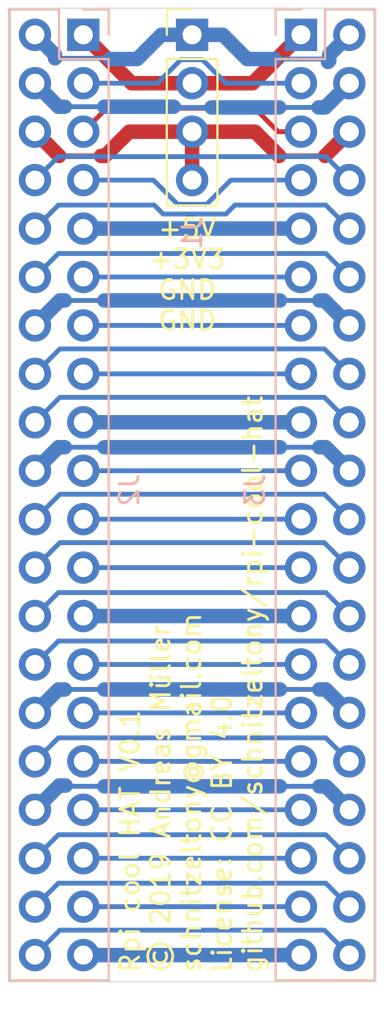
<source format=kicad_pcb>
(kicad_pcb (version 20171130) (host pcbnew 5.1.5-1.fc30)

  (general
    (thickness 1.6)
    (drawings 6)
    (tracks 163)
    (zones 0)
    (modules 3)
    (nets 41)
  )

  (page A4)
  (title_block
    (title "Raspberry Pi Cool HAT")
    (date 2019-12-20)
    (rev v0.1)
    (comment 2 creativecommons.org/licenses/by/4.0/)
    (comment 3 "License CC BY 4.0")
    (comment 4 "Author: Andreas Müller")
  )

  (layers
    (0 F.Cu signal)
    (31 B.Cu signal)
    (32 B.Adhes user)
    (33 F.Adhes user)
    (34 B.Paste user)
    (35 F.Paste user)
    (36 B.SilkS user)
    (37 F.SilkS user)
    (38 B.Mask user)
    (39 F.Mask user)
    (40 Dwgs.User user)
    (41 Cmts.User user)
    (42 Eco1.User user)
    (43 Eco2.User user)
    (44 Edge.Cuts user)
    (45 Margin user)
    (46 B.CrtYd user)
    (47 F.CrtYd user)
    (48 B.Fab user)
    (49 F.Fab user)
  )

  (setup
    (last_trace_width 0.254)
    (user_trace_width 0.762)
    (trace_clearance 0.254)
    (zone_clearance 0.508)
    (zone_45_only no)
    (trace_min 0.2032)
    (via_size 0.8128)
    (via_drill 0.4064)
    (via_min_size 0.8128)
    (via_min_drill 0.4064)
    (uvia_size 0.8128)
    (uvia_drill 0.4064)
    (uvias_allowed no)
    (uvia_min_size 0.8128)
    (uvia_min_drill 0.4064)
    (edge_width 0.05)
    (segment_width 0.2)
    (pcb_text_width 0.3)
    (pcb_text_size 1.5 1.5)
    (mod_edge_width 0.12)
    (mod_text_size 1 1)
    (mod_text_width 0.15)
    (pad_size 1.7 1.7)
    (pad_drill 1)
    (pad_to_mask_clearance 0.0508)
    (solder_mask_min_width 0.1016)
    (aux_axis_origin 0 0)
    (visible_elements FFFFFF7F)
    (pcbplotparams
      (layerselection 0x010fc_ffffffff)
      (usegerberextensions false)
      (usegerberattributes false)
      (usegerberadvancedattributes false)
      (creategerberjobfile false)
      (excludeedgelayer true)
      (linewidth 0.100000)
      (plotframeref false)
      (viasonmask false)
      (mode 1)
      (useauxorigin false)
      (hpglpennumber 1)
      (hpglpenspeed 20)
      (hpglpendiameter 15.000000)
      (psnegative false)
      (psa4output false)
      (plotreference true)
      (plotvalue true)
      (plotinvisibletext false)
      (padsonsilk false)
      (subtractmaskfromsilk false)
      (outputformat 1)
      (mirror false)
      (drillshape 1)
      (scaleselection 1)
      (outputdirectory ""))
  )

  (net 0 "")
  (net 1 +3V3)
  (net 2 +5V)
  (net 3 GND)
  (net 4 "Net-(J2-Pad3)")
  (net 5 "Net-(J2-Pad4)")
  (net 6 "Net-(J2-Pad7)")
  (net 7 "Net-(J2-Pad8)")
  (net 8 "Net-(J2-Pad9)")
  (net 9 "Net-(J2-Pad10)")
  (net 10 "Net-(J2-Pad11)")
  (net 11 "Net-(J2-Pad12)")
  (net 12 "Net-(J2-Pad13)")
  (net 13 "Net-(J2-Pad14)")
  (net 14 "Net-(J2-Pad15)")
  (net 15 "Net-(J2-Pad16)")
  (net 16 "Net-(J2-Pad17)")
  (net 17 "Net-(J2-Pad18)")
  (net 18 "Net-(J2-Pad19)")
  (net 19 "Net-(J2-Pad20)")
  (net 20 "Net-(J2-Pad21)")
  (net 21 "Net-(J2-Pad22)")
  (net 22 "Net-(J2-Pad23)")
  (net 23 "Net-(J2-Pad24)")
  (net 24 "Net-(J2-Pad25)")
  (net 25 "Net-(J2-Pad26)")
  (net 26 "Net-(J2-Pad27)")
  (net 27 "Net-(J2-Pad28)")
  (net 28 "Net-(J2-Pad29)")
  (net 29 "Net-(J2-Pad30)")
  (net 30 "Net-(J2-Pad31)")
  (net 31 "Net-(J2-Pad32)")
  (net 32 "Net-(J2-Pad33)")
  (net 33 "Net-(J2-Pad34)")
  (net 34 "Net-(J2-Pad35)")
  (net 35 "Net-(J2-Pad36)")
  (net 36 "Net-(J2-Pad37)")
  (net 37 "Net-(J2-Pad38)")
  (net 38 "Net-(J2-Pad39)")
  (net 39 "Net-(J2-Pad40)")
  (net 40 "Net-(J2-Pad5)")

  (net_class Default "This is the default net class."
    (clearance 0.254)
    (trace_width 0.254)
    (via_dia 0.8128)
    (via_drill 0.4064)
    (uvia_dia 0.8128)
    (uvia_drill 0.4064)
    (diff_pair_width 0.2032)
    (diff_pair_gap 0.25)
    (add_net +3V3)
    (add_net +5V)
    (add_net GND)
    (add_net "Net-(J2-Pad10)")
    (add_net "Net-(J2-Pad11)")
    (add_net "Net-(J2-Pad12)")
    (add_net "Net-(J2-Pad13)")
    (add_net "Net-(J2-Pad14)")
    (add_net "Net-(J2-Pad15)")
    (add_net "Net-(J2-Pad16)")
    (add_net "Net-(J2-Pad17)")
    (add_net "Net-(J2-Pad18)")
    (add_net "Net-(J2-Pad19)")
    (add_net "Net-(J2-Pad20)")
    (add_net "Net-(J2-Pad21)")
    (add_net "Net-(J2-Pad22)")
    (add_net "Net-(J2-Pad23)")
    (add_net "Net-(J2-Pad24)")
    (add_net "Net-(J2-Pad25)")
    (add_net "Net-(J2-Pad26)")
    (add_net "Net-(J2-Pad27)")
    (add_net "Net-(J2-Pad28)")
    (add_net "Net-(J2-Pad29)")
    (add_net "Net-(J2-Pad3)")
    (add_net "Net-(J2-Pad30)")
    (add_net "Net-(J2-Pad31)")
    (add_net "Net-(J2-Pad32)")
    (add_net "Net-(J2-Pad33)")
    (add_net "Net-(J2-Pad34)")
    (add_net "Net-(J2-Pad35)")
    (add_net "Net-(J2-Pad36)")
    (add_net "Net-(J2-Pad37)")
    (add_net "Net-(J2-Pad38)")
    (add_net "Net-(J2-Pad39)")
    (add_net "Net-(J2-Pad4)")
    (add_net "Net-(J2-Pad40)")
    (add_net "Net-(J2-Pad5)")
    (add_net "Net-(J2-Pad7)")
    (add_net "Net-(J2-Pad8)")
    (add_net "Net-(J2-Pad9)")
  )

  (module Connector_PinHeader_2.54mm:PinHeader_2x20_P2.54mm_Vertical (layer B.Cu) (tedit 59FED5CC) (tstamp 5DFD2483)
    (at 133.985 66.04 180)
    (descr "Through hole straight pin header, 2x20, 2.54mm pitch, double rows")
    (tags "Through hole pin header THT 2x20 2.54mm double row")
    (path /5DFCAFD7)
    (fp_text reference J2 (at -2.413 -23.876 270) (layer B.SilkS)
      (effects (font (size 1 1) (thickness 0.15)) (justify mirror))
    )
    (fp_text value HAT (at 1.27 -50.59) (layer B.Fab)
      (effects (font (size 1 1) (thickness 0.15)) (justify mirror))
    )
    (fp_text user %R (at 1.27 -24.13 270) (layer B.Fab)
      (effects (font (size 1 1) (thickness 0.15)) (justify mirror))
    )
    (fp_line (start 4.35 1.8) (end -1.8 1.8) (layer B.CrtYd) (width 0.05))
    (fp_line (start 4.35 -50.05) (end 4.35 1.8) (layer B.CrtYd) (width 0.05))
    (fp_line (start -1.8 -50.05) (end 4.35 -50.05) (layer B.CrtYd) (width 0.05))
    (fp_line (start -1.8 1.8) (end -1.8 -50.05) (layer B.CrtYd) (width 0.05))
    (fp_line (start -1.33 1.33) (end 0 1.33) (layer B.SilkS) (width 0.12))
    (fp_line (start -1.33 0) (end -1.33 1.33) (layer B.SilkS) (width 0.12))
    (fp_line (start 1.27 1.33) (end 3.87 1.33) (layer B.SilkS) (width 0.12))
    (fp_line (start 1.27 -1.27) (end 1.27 1.33) (layer B.SilkS) (width 0.12))
    (fp_line (start -1.33 -1.27) (end 1.27 -1.27) (layer B.SilkS) (width 0.12))
    (fp_line (start 3.87 1.33) (end 3.87 -49.59) (layer B.SilkS) (width 0.12))
    (fp_line (start -1.33 -1.27) (end -1.33 -49.59) (layer B.SilkS) (width 0.12))
    (fp_line (start -1.33 -49.59) (end 3.87 -49.59) (layer B.SilkS) (width 0.12))
    (fp_line (start -1.27 0) (end 0 1.27) (layer B.Fab) (width 0.1))
    (fp_line (start -1.27 -49.53) (end -1.27 0) (layer B.Fab) (width 0.1))
    (fp_line (start 3.81 -49.53) (end -1.27 -49.53) (layer B.Fab) (width 0.1))
    (fp_line (start 3.81 1.27) (end 3.81 -49.53) (layer B.Fab) (width 0.1))
    (fp_line (start 0 1.27) (end 3.81 1.27) (layer B.Fab) (width 0.1))
    (pad 40 thru_hole oval (at 2.54 -48.26 180) (size 1.7 1.7) (drill 1) (layers *.Cu *.Mask)
      (net 39 "Net-(J2-Pad40)"))
    (pad 39 thru_hole oval (at 0 -48.26 180) (size 1.7 1.7) (drill 1) (layers *.Cu *.Mask)
      (net 38 "Net-(J2-Pad39)"))
    (pad 38 thru_hole oval (at 2.54 -45.72 180) (size 1.7 1.7) (drill 1) (layers *.Cu *.Mask)
      (net 37 "Net-(J2-Pad38)"))
    (pad 37 thru_hole oval (at 0 -45.72 180) (size 1.7 1.7) (drill 1) (layers *.Cu *.Mask)
      (net 36 "Net-(J2-Pad37)"))
    (pad 36 thru_hole oval (at 2.54 -43.18 180) (size 1.7 1.7) (drill 1) (layers *.Cu *.Mask)
      (net 35 "Net-(J2-Pad36)"))
    (pad 35 thru_hole oval (at 0 -43.18 180) (size 1.7 1.7) (drill 1) (layers *.Cu *.Mask)
      (net 34 "Net-(J2-Pad35)"))
    (pad 34 thru_hole oval (at 2.54 -40.64 180) (size 1.7 1.7) (drill 1) (layers *.Cu *.Mask)
      (net 33 "Net-(J2-Pad34)"))
    (pad 33 thru_hole oval (at 0 -40.64 180) (size 1.7 1.7) (drill 1) (layers *.Cu *.Mask)
      (net 32 "Net-(J2-Pad33)"))
    (pad 32 thru_hole oval (at 2.54 -38.1 180) (size 1.7 1.7) (drill 1) (layers *.Cu *.Mask)
      (net 31 "Net-(J2-Pad32)"))
    (pad 31 thru_hole oval (at 0 -38.1 180) (size 1.7 1.7) (drill 1) (layers *.Cu *.Mask)
      (net 30 "Net-(J2-Pad31)"))
    (pad 30 thru_hole oval (at 2.54 -35.56 180) (size 1.7 1.7) (drill 1) (layers *.Cu *.Mask)
      (net 29 "Net-(J2-Pad30)"))
    (pad 29 thru_hole oval (at 0 -35.56 180) (size 1.7 1.7) (drill 1) (layers *.Cu *.Mask)
      (net 28 "Net-(J2-Pad29)"))
    (pad 28 thru_hole oval (at 2.54 -33.02 180) (size 1.7 1.7) (drill 1) (layers *.Cu *.Mask)
      (net 27 "Net-(J2-Pad28)"))
    (pad 27 thru_hole oval (at 0 -33.02 180) (size 1.7 1.7) (drill 1) (layers *.Cu *.Mask)
      (net 26 "Net-(J2-Pad27)"))
    (pad 26 thru_hole oval (at 2.54 -30.48 180) (size 1.7 1.7) (drill 1) (layers *.Cu *.Mask)
      (net 25 "Net-(J2-Pad26)"))
    (pad 25 thru_hole oval (at 0 -30.48 180) (size 1.7 1.7) (drill 1) (layers *.Cu *.Mask)
      (net 24 "Net-(J2-Pad25)"))
    (pad 24 thru_hole oval (at 2.54 -27.94 180) (size 1.7 1.7) (drill 1) (layers *.Cu *.Mask)
      (net 23 "Net-(J2-Pad24)"))
    (pad 23 thru_hole oval (at 0 -27.94 180) (size 1.7 1.7) (drill 1) (layers *.Cu *.Mask)
      (net 22 "Net-(J2-Pad23)"))
    (pad 22 thru_hole oval (at 2.54 -25.4 180) (size 1.7 1.7) (drill 1) (layers *.Cu *.Mask)
      (net 21 "Net-(J2-Pad22)"))
    (pad 21 thru_hole oval (at 0 -25.4 180) (size 1.7 1.7) (drill 1) (layers *.Cu *.Mask)
      (net 20 "Net-(J2-Pad21)"))
    (pad 20 thru_hole oval (at 2.54 -22.86 180) (size 1.7 1.7) (drill 1) (layers *.Cu *.Mask)
      (net 19 "Net-(J2-Pad20)"))
    (pad 19 thru_hole oval (at 0 -22.86 180) (size 1.7 1.7) (drill 1) (layers *.Cu *.Mask)
      (net 18 "Net-(J2-Pad19)"))
    (pad 18 thru_hole oval (at 2.54 -20.32 180) (size 1.7 1.7) (drill 1) (layers *.Cu *.Mask)
      (net 17 "Net-(J2-Pad18)"))
    (pad 17 thru_hole oval (at 0 -20.32 180) (size 1.7 1.7) (drill 1) (layers *.Cu *.Mask)
      (net 16 "Net-(J2-Pad17)"))
    (pad 16 thru_hole oval (at 2.54 -17.78 180) (size 1.7 1.7) (drill 1) (layers *.Cu *.Mask)
      (net 15 "Net-(J2-Pad16)"))
    (pad 15 thru_hole oval (at 0 -17.78 180) (size 1.7 1.7) (drill 1) (layers *.Cu *.Mask)
      (net 14 "Net-(J2-Pad15)"))
    (pad 14 thru_hole oval (at 2.54 -15.24 180) (size 1.7 1.7) (drill 1) (layers *.Cu *.Mask)
      (net 13 "Net-(J2-Pad14)"))
    (pad 13 thru_hole oval (at 0 -15.24 180) (size 1.7 1.7) (drill 1) (layers *.Cu *.Mask)
      (net 12 "Net-(J2-Pad13)"))
    (pad 12 thru_hole oval (at 2.54 -12.7 180) (size 1.7 1.7) (drill 1) (layers *.Cu *.Mask)
      (net 11 "Net-(J2-Pad12)"))
    (pad 11 thru_hole oval (at 0 -12.7 180) (size 1.7 1.7) (drill 1) (layers *.Cu *.Mask)
      (net 10 "Net-(J2-Pad11)"))
    (pad 10 thru_hole oval (at 2.54 -10.16 180) (size 1.7 1.7) (drill 1) (layers *.Cu *.Mask)
      (net 9 "Net-(J2-Pad10)"))
    (pad 9 thru_hole oval (at 0 -10.16 180) (size 1.7 1.7) (drill 1) (layers *.Cu *.Mask)
      (net 8 "Net-(J2-Pad9)"))
    (pad 8 thru_hole oval (at 2.54 -7.62 180) (size 1.7 1.7) (drill 1) (layers *.Cu *.Mask)
      (net 7 "Net-(J2-Pad8)"))
    (pad 7 thru_hole oval (at 0 -7.62 180) (size 1.7 1.7) (drill 1) (layers *.Cu *.Mask)
      (net 6 "Net-(J2-Pad7)"))
    (pad 6 thru_hole oval (at 2.54 -5.08 180) (size 1.7 1.7) (drill 1) (layers *.Cu *.Mask)
      (net 3 GND))
    (pad 5 thru_hole oval (at 0 -5.08 180) (size 1.7 1.7) (drill 1) (layers *.Cu *.Mask)
      (net 40 "Net-(J2-Pad5)"))
    (pad 4 thru_hole oval (at 2.54 -2.54 180) (size 1.7 1.7) (drill 1) (layers *.Cu *.Mask)
      (net 5 "Net-(J2-Pad4)"))
    (pad 3 thru_hole oval (at 0 -2.54 180) (size 1.7 1.7) (drill 1) (layers *.Cu *.Mask)
      (net 4 "Net-(J2-Pad3)"))
    (pad 2 thru_hole oval (at 2.54 0 180) (size 1.7 1.7) (drill 1) (layers *.Cu *.Mask)
      (net 2 +5V))
    (pad 1 thru_hole rect (at 0 0 180) (size 1.7 1.7) (drill 1) (layers *.Cu *.Mask)
      (net 1 +3V3))
    (model ${KISYS3DMOD}/Connector_PinHeader_2.54mm.3dshapes/PinHeader_2x20_P2.54mm_Vertical.wrl
      (at (xyz 0 0 0))
      (scale (xyz 1 1 1))
      (rotate (xyz 0 0 0))
    )
  )

  (module Connector_PinHeader_2.54mm:PinHeader_1x04_P2.54mm_Vertical (layer F.Cu) (tedit 59FED5CC) (tstamp 5DFD285F)
    (at 139.7 66.04)
    (descr "Through hole straight pin header, 1x04, 2.54mm pitch, single row")
    (tags "Through hole pin header THT 1x04 2.54mm single row")
    (path /5E080739)
    (fp_text reference J1 (at 0 10.414 90) (layer B.SilkS)
      (effects (font (size 1 1) (thickness 0.15)) (justify mirror))
    )
    (fp_text value FAN (at 0 9.95) (layer F.Fab)
      (effects (font (size 1 1) (thickness 0.15)))
    )
    (fp_line (start -0.635 -1.27) (end 1.27 -1.27) (layer F.Fab) (width 0.1))
    (fp_line (start 1.27 -1.27) (end 1.27 8.89) (layer F.Fab) (width 0.1))
    (fp_line (start 1.27 8.89) (end -1.27 8.89) (layer F.Fab) (width 0.1))
    (fp_line (start -1.27 8.89) (end -1.27 -0.635) (layer F.Fab) (width 0.1))
    (fp_line (start -1.27 -0.635) (end -0.635 -1.27) (layer F.Fab) (width 0.1))
    (fp_line (start -1.33 8.95) (end 1.33 8.95) (layer F.SilkS) (width 0.12))
    (fp_line (start -1.33 1.27) (end -1.33 8.95) (layer F.SilkS) (width 0.12))
    (fp_line (start 1.33 1.27) (end 1.33 8.95) (layer F.SilkS) (width 0.12))
    (fp_line (start -1.33 1.27) (end 1.33 1.27) (layer F.SilkS) (width 0.12))
    (fp_line (start -1.33 0) (end -1.33 -1.33) (layer F.SilkS) (width 0.12))
    (fp_line (start -1.33 -1.33) (end 0 -1.33) (layer F.SilkS) (width 0.12))
    (fp_line (start -1.8 -1.8) (end -1.8 9.4) (layer F.CrtYd) (width 0.05))
    (fp_line (start -1.8 9.4) (end 1.8 9.4) (layer F.CrtYd) (width 0.05))
    (fp_line (start 1.8 9.4) (end 1.8 -1.8) (layer F.CrtYd) (width 0.05))
    (fp_line (start 1.8 -1.8) (end -1.8 -1.8) (layer F.CrtYd) (width 0.05))
    (fp_text user %R (at 0 3.81 90) (layer F.Fab)
      (effects (font (size 1 1) (thickness 0.15)))
    )
    (pad 1 thru_hole rect (at 0 0) (size 1.7 1.7) (drill 1) (layers *.Cu *.Mask)
      (net 2 +5V))
    (pad 2 thru_hole oval (at 0 2.54) (size 1.7 1.7) (drill 1) (layers *.Cu *.Mask)
      (net 1 +3V3))
    (pad 3 thru_hole oval (at 0 5.08) (size 1.7 1.7) (drill 1) (layers *.Cu *.Mask)
      (net 3 GND))
    (pad 4 thru_hole oval (at 0 7.62) (size 1.7 1.7) (drill 1) (layers *.Cu *.Mask)
      (net 3 GND))
    (model ${KISYS3DMOD}/Connector_PinHeader_2.54mm.3dshapes/PinHeader_1x04_P2.54mm_Vertical.wrl
      (at (xyz 0 0 0))
      (scale (xyz 1 1 1))
      (rotate (xyz 0 0 0))
    )
  )

  (module Connector_PinSocket_2.54mm:PinSocket_2x20_P2.54mm_Vertical (layer B.Cu) (tedit 5A19A433) (tstamp 5DFD24C1)
    (at 145.415 66.04 180)
    (descr "Through hole straight socket strip, 2x20, 2.54mm pitch, double cols (from Kicad 4.0.7), script generated")
    (tags "Through hole socket strip THT 2x20 2.54mm double row")
    (path /5DFD1766)
    (fp_text reference J3 (at 2.413 -23.876 270) (layer B.SilkS)
      (effects (font (size 1 1) (thickness 0.15)) (justify mirror))
    )
    (fp_text value RPi (at -1.27 -51.03) (layer B.Fab)
      (effects (font (size 1 1) (thickness 0.15)) (justify mirror))
    )
    (fp_text user %R (at -1.27 -24.13 270) (layer B.Fab)
      (effects (font (size 1 1) (thickness 0.15)) (justify mirror))
    )
    (fp_line (start -4.34 -50) (end -4.34 1.8) (layer B.CrtYd) (width 0.05))
    (fp_line (start 1.76 -50) (end -4.34 -50) (layer B.CrtYd) (width 0.05))
    (fp_line (start 1.76 1.8) (end 1.76 -50) (layer B.CrtYd) (width 0.05))
    (fp_line (start -4.34 1.8) (end 1.76 1.8) (layer B.CrtYd) (width 0.05))
    (fp_line (start 0 1.33) (end 1.33 1.33) (layer B.SilkS) (width 0.12))
    (fp_line (start 1.33 1.33) (end 1.33 0) (layer B.SilkS) (width 0.12))
    (fp_line (start -1.27 1.33) (end -1.27 -1.27) (layer B.SilkS) (width 0.12))
    (fp_line (start -1.27 -1.27) (end 1.33 -1.27) (layer B.SilkS) (width 0.12))
    (fp_line (start 1.33 -1.27) (end 1.33 -49.59) (layer B.SilkS) (width 0.12))
    (fp_line (start -3.87 -49.59) (end 1.33 -49.59) (layer B.SilkS) (width 0.12))
    (fp_line (start -3.87 1.33) (end -3.87 -49.59) (layer B.SilkS) (width 0.12))
    (fp_line (start -3.87 1.33) (end -1.27 1.33) (layer B.SilkS) (width 0.12))
    (fp_line (start -3.81 -49.53) (end -3.81 1.27) (layer B.Fab) (width 0.1))
    (fp_line (start 1.27 -49.53) (end -3.81 -49.53) (layer B.Fab) (width 0.1))
    (fp_line (start 1.27 0.27) (end 1.27 -49.53) (layer B.Fab) (width 0.1))
    (fp_line (start 0.27 1.27) (end 1.27 0.27) (layer B.Fab) (width 0.1))
    (fp_line (start -3.81 1.27) (end 0.27 1.27) (layer B.Fab) (width 0.1))
    (pad 40 thru_hole oval (at -2.54 -48.26 180) (size 1.7 1.7) (drill 1) (layers *.Cu *.Mask)
      (net 39 "Net-(J2-Pad40)"))
    (pad 39 thru_hole oval (at 0 -48.26 180) (size 1.7 1.7) (drill 1) (layers *.Cu *.Mask)
      (net 38 "Net-(J2-Pad39)"))
    (pad 38 thru_hole oval (at -2.54 -45.72 180) (size 1.7 1.7) (drill 1) (layers *.Cu *.Mask)
      (net 37 "Net-(J2-Pad38)"))
    (pad 37 thru_hole oval (at 0 -45.72 180) (size 1.7 1.7) (drill 1) (layers *.Cu *.Mask)
      (net 36 "Net-(J2-Pad37)"))
    (pad 36 thru_hole oval (at -2.54 -43.18 180) (size 1.7 1.7) (drill 1) (layers *.Cu *.Mask)
      (net 35 "Net-(J2-Pad36)"))
    (pad 35 thru_hole oval (at 0 -43.18 180) (size 1.7 1.7) (drill 1) (layers *.Cu *.Mask)
      (net 34 "Net-(J2-Pad35)"))
    (pad 34 thru_hole oval (at -2.54 -40.64 180) (size 1.7 1.7) (drill 1) (layers *.Cu *.Mask)
      (net 33 "Net-(J2-Pad34)"))
    (pad 33 thru_hole oval (at 0 -40.64 180) (size 1.7 1.7) (drill 1) (layers *.Cu *.Mask)
      (net 32 "Net-(J2-Pad33)"))
    (pad 32 thru_hole oval (at -2.54 -38.1 180) (size 1.7 1.7) (drill 1) (layers *.Cu *.Mask)
      (net 31 "Net-(J2-Pad32)"))
    (pad 31 thru_hole oval (at 0 -38.1 180) (size 1.7 1.7) (drill 1) (layers *.Cu *.Mask)
      (net 30 "Net-(J2-Pad31)"))
    (pad 30 thru_hole oval (at -2.54 -35.56 180) (size 1.7 1.7) (drill 1) (layers *.Cu *.Mask)
      (net 29 "Net-(J2-Pad30)"))
    (pad 29 thru_hole oval (at 0 -35.56 180) (size 1.7 1.7) (drill 1) (layers *.Cu *.Mask)
      (net 28 "Net-(J2-Pad29)"))
    (pad 28 thru_hole oval (at -2.54 -33.02 180) (size 1.7 1.7) (drill 1) (layers *.Cu *.Mask)
      (net 27 "Net-(J2-Pad28)"))
    (pad 27 thru_hole oval (at 0 -33.02 180) (size 1.7 1.7) (drill 1) (layers *.Cu *.Mask)
      (net 26 "Net-(J2-Pad27)"))
    (pad 26 thru_hole oval (at -2.54 -30.48 180) (size 1.7 1.7) (drill 1) (layers *.Cu *.Mask)
      (net 25 "Net-(J2-Pad26)"))
    (pad 25 thru_hole oval (at 0 -30.48 180) (size 1.7 1.7) (drill 1) (layers *.Cu *.Mask)
      (net 24 "Net-(J2-Pad25)"))
    (pad 24 thru_hole oval (at -2.54 -27.94 180) (size 1.7 1.7) (drill 1) (layers *.Cu *.Mask)
      (net 23 "Net-(J2-Pad24)"))
    (pad 23 thru_hole oval (at 0 -27.94 180) (size 1.7 1.7) (drill 1) (layers *.Cu *.Mask)
      (net 22 "Net-(J2-Pad23)"))
    (pad 22 thru_hole oval (at -2.54 -25.4 180) (size 1.7 1.7) (drill 1) (layers *.Cu *.Mask)
      (net 21 "Net-(J2-Pad22)"))
    (pad 21 thru_hole oval (at 0 -25.4 180) (size 1.7 1.7) (drill 1) (layers *.Cu *.Mask)
      (net 20 "Net-(J2-Pad21)"))
    (pad 20 thru_hole oval (at -2.54 -22.86 180) (size 1.7 1.7) (drill 1) (layers *.Cu *.Mask)
      (net 19 "Net-(J2-Pad20)"))
    (pad 19 thru_hole oval (at 0 -22.86 180) (size 1.7 1.7) (drill 1) (layers *.Cu *.Mask)
      (net 18 "Net-(J2-Pad19)"))
    (pad 18 thru_hole oval (at -2.54 -20.32 180) (size 1.7 1.7) (drill 1) (layers *.Cu *.Mask)
      (net 17 "Net-(J2-Pad18)"))
    (pad 17 thru_hole oval (at 0 -20.32 180) (size 1.7 1.7) (drill 1) (layers *.Cu *.Mask)
      (net 16 "Net-(J2-Pad17)"))
    (pad 16 thru_hole oval (at -2.54 -17.78 180) (size 1.7 1.7) (drill 1) (layers *.Cu *.Mask)
      (net 15 "Net-(J2-Pad16)"))
    (pad 15 thru_hole oval (at 0 -17.78 180) (size 1.7 1.7) (drill 1) (layers *.Cu *.Mask)
      (net 14 "Net-(J2-Pad15)"))
    (pad 14 thru_hole oval (at -2.54 -15.24 180) (size 1.7 1.7) (drill 1) (layers *.Cu *.Mask)
      (net 13 "Net-(J2-Pad14)"))
    (pad 13 thru_hole oval (at 0 -15.24 180) (size 1.7 1.7) (drill 1) (layers *.Cu *.Mask)
      (net 12 "Net-(J2-Pad13)"))
    (pad 12 thru_hole oval (at -2.54 -12.7 180) (size 1.7 1.7) (drill 1) (layers *.Cu *.Mask)
      (net 11 "Net-(J2-Pad12)"))
    (pad 11 thru_hole oval (at 0 -12.7 180) (size 1.7 1.7) (drill 1) (layers *.Cu *.Mask)
      (net 10 "Net-(J2-Pad11)"))
    (pad 10 thru_hole oval (at -2.54 -10.16 180) (size 1.7 1.7) (drill 1) (layers *.Cu *.Mask)
      (net 9 "Net-(J2-Pad10)"))
    (pad 9 thru_hole oval (at 0 -10.16 180) (size 1.7 1.7) (drill 1) (layers *.Cu *.Mask)
      (net 8 "Net-(J2-Pad9)"))
    (pad 8 thru_hole oval (at -2.54 -7.62 180) (size 1.7 1.7) (drill 1) (layers *.Cu *.Mask)
      (net 7 "Net-(J2-Pad8)"))
    (pad 7 thru_hole oval (at 0 -7.62 180) (size 1.7 1.7) (drill 1) (layers *.Cu *.Mask)
      (net 6 "Net-(J2-Pad7)"))
    (pad 6 thru_hole oval (at -2.54 -5.08 180) (size 1.7 1.7) (drill 1) (layers *.Cu *.Mask)
      (net 3 GND))
    (pad 5 thru_hole oval (at 0 -5.08 180) (size 1.7 1.7) (drill 1) (layers *.Cu *.Mask)
      (net 40 "Net-(J2-Pad5)"))
    (pad 4 thru_hole oval (at -2.54 -2.54 180) (size 1.7 1.7) (drill 1) (layers *.Cu *.Mask)
      (net 5 "Net-(J2-Pad4)"))
    (pad 3 thru_hole oval (at 0 -2.54 180) (size 1.7 1.7) (drill 1) (layers *.Cu *.Mask)
      (net 4 "Net-(J2-Pad3)"))
    (pad 2 thru_hole oval (at -2.54 0 180) (size 1.7 1.7) (drill 1) (layers *.Cu *.Mask)
      (net 2 +5V))
    (pad 1 thru_hole rect (at 0 0 180) (size 1.7 1.7) (drill 1) (layers *.Cu *.Mask)
      (net 1 +3V3))
    (model ${KISYS3DMOD}/Connector_PinSocket_2.54mm.3dshapes/PinSocket_2x20_P2.54mm_Vertical.wrl
      (at (xyz 0 0 0))
      (scale (xyz 1 1 1))
      (rotate (xyz 0 0 0))
    )
  )

  (gr_text "Rpi cool HAT V0.1\n© 2019 Andreas Müller\nschnitzeltony@gmail.com\nLicense: CC BY 4.0\ngithub.com/schnitzeltony/rpi-cool-hat\n\n" (at 140.462 115.316 90) (layer F.SilkS)
    (effects (font (size 1 1) (thickness 0.15)) (justify left))
  )
  (gr_text "+5V\n+3V3\nGND\nGND" (at 139.446 78.613) (layer F.SilkS) (tstamp 5DFEA2AF)
    (effects (font (size 1 1) (thickness 0.15)))
  )
  (gr_line (start 149.352 115.697) (end 130.048 115.697) (layer Edge.Cuts) (width 0.05) (tstamp 5DFD4499))
  (gr_line (start 149.352 64.643) (end 149.352 115.697) (layer Edge.Cuts) (width 0.05))
  (gr_line (start 130.048 64.643) (end 149.352 64.643) (layer Edge.Cuts) (width 0.05))
  (gr_line (start 130.048 115.697) (end 130.048 64.643) (layer Edge.Cuts) (width 0.05))

  (segment (start 136.525 68.58) (end 139.7 68.58) (width 0.762) (layer F.Cu) (net 1))
  (segment (start 133.985 66.04) (end 136.525 68.58) (width 0.762) (layer F.Cu) (net 1))
  (segment (start 142.875 68.58) (end 139.7 68.58) (width 0.762) (layer F.Cu) (net 1))
  (segment (start 145.415 66.04) (end 142.875 68.58) (width 0.762) (layer F.Cu) (net 1))
  (segment (start 141.312 66.04) (end 142.582 67.31) (width 0.762) (layer B.Cu) (net 2))
  (segment (start 139.7 66.04) (end 141.312 66.04) (width 0.762) (layer B.Cu) (net 2))
  (segment (start 142.582 67.31) (end 144.018 67.31) (width 0.762) (layer B.Cu) (net 2))
  (segment (start 144.018 67.31) (end 146.685 67.31) (width 0.254) (layer B.Cu) (net 2))
  (segment (start 138.088 66.04) (end 136.818 67.31) (width 0.762) (layer B.Cu) (net 2))
  (segment (start 139.7 66.04) (end 138.088 66.04) (width 0.762) (layer B.Cu) (net 2))
  (segment (start 136.818 67.31) (end 135.382 67.31) (width 0.762) (layer B.Cu) (net 2))
  (segment (start 135.343001 67.271001) (end 135.382 67.31) (width 0.254) (layer B.Cu) (net 2))
  (segment (start 132.676001 67.271001) (end 135.343001 67.271001) (width 0.254) (layer B.Cu) (net 2))
  (segment (start 132.499999 67.094999) (end 132.499999 67.271001) (width 0.762) (layer B.Cu) (net 2))
  (segment (start 131.445 66.04) (end 132.499999 67.094999) (width 0.762) (layer B.Cu) (net 2))
  (segment (start 146.900001 67.398001) (end 146.836501 67.461501) (width 0.762) (layer B.Cu) (net 2))
  (segment (start 147.955 66.04) (end 146.900001 67.094999) (width 0.762) (layer B.Cu) (net 2))
  (segment (start 146.900001 67.094999) (end 146.900001 67.398001) (width 0.762) (layer B.Cu) (net 2))
  (segment (start 139.7 71.12) (end 139.7 73.66) (width 0.762) (layer F.Cu) (net 3))
  (segment (start 139.7 71.12) (end 143.002 71.12) (width 0.762) (layer F.Cu) (net 3))
  (segment (start 143.002 71.12) (end 144.272 72.39) (width 0.762) (layer F.Cu) (net 3))
  (segment (start 147.955 71.12) (end 147.105001 71.969999) (width 0.762) (layer F.Cu) (net 3))
  (segment (start 147.105001 71.969999) (end 146.685 72.39) (width 0.762) (layer F.Cu) (net 3))
  (segment (start 144.272 72.39) (end 146.685 72.39) (width 0.254) (layer F.Cu) (net 3))
  (segment (start 131.445 71.12) (end 132.294999 71.969999) (width 0.762) (layer F.Cu) (net 3))
  (segment (start 132.294999 71.969999) (end 132.715 72.39) (width 0.762) (layer F.Cu) (net 3))
  (segment (start 132.715 72.39) (end 134.62 72.39) (width 0.254) (layer F.Cu) (net 3))
  (segment (start 139.7 71.12) (end 136.398 71.12) (width 0.762) (layer F.Cu) (net 3))
  (segment (start 135.128 72.39) (end 134.912802 72.39) (width 0.762) (layer F.Cu) (net 3))
  (segment (start 136.398 71.12) (end 135.128 72.39) (width 0.762) (layer F.Cu) (net 3))
  (segment (start 139.109119 67.348999) (end 140.246999 67.348999) (width 0.254) (layer B.Cu) (net 4))
  (segment (start 133.985 68.58) (end 137.878118 68.58) (width 0.254) (layer B.Cu) (net 4))
  (segment (start 137.878118 68.58) (end 139.109119 67.348999) (width 0.254) (layer B.Cu) (net 4))
  (segment (start 141.478 68.58) (end 145.415 68.58) (width 0.254) (layer B.Cu) (net 4))
  (segment (start 140.246999 67.348999) (end 141.478 68.58) (width 0.254) (layer B.Cu) (net 4))
  (segment (start 135.089001 69.811001) (end 138.733199 69.811001) (width 0.762) (layer B.Cu) (net 5))
  (segment (start 144.272 69.85) (end 140.716 69.85) (width 0.762) (layer B.Cu) (net 5))
  (segment (start 138.772198 69.85) (end 138.733199 69.811001) (width 0.254) (layer B.Cu) (net 5))
  (segment (start 140.716 69.85) (end 138.772198 69.85) (width 0.254) (layer B.Cu) (net 5))
  (segment (start 147.955 68.58) (end 146.685 69.85) (width 0.762) (layer B.Cu) (net 5))
  (segment (start 131.445 68.58) (end 132.676001 69.811001) (width 0.762) (layer B.Cu) (net 5))
  (segment (start 146.685 69.85) (end 146.342802 69.85) (width 0.762) (layer B.Cu) (net 5))
  (segment (start 144.907 69.85) (end 146.342802 69.85) (width 0.254) (layer B.Cu) (net 5))
  (segment (start 144.272 69.85) (end 144.907 69.85) (width 0.254) (layer B.Cu) (net 5))
  (segment (start 132.676001 69.811001) (end 133.018199 69.811001) (width 0.762) (layer B.Cu) (net 5))
  (segment (start 135.089001 69.811001) (end 133.018199 69.811001) (width 0.254) (layer B.Cu) (net 5))
  (segment (start 133.985 73.66) (end 137.668 73.66) (width 0.254) (layer B.Cu) (net 6))
  (segment (start 137.668 73.66) (end 138.938 74.93) (width 0.254) (layer B.Cu) (net 6))
  (segment (start 145.415 73.66) (end 141.732 73.66) (width 0.254) (layer B.Cu) (net 6))
  (segment (start 140.462 74.93) (end 138.938 74.93) (width 0.254) (layer B.Cu) (net 6))
  (segment (start 141.732 73.66) (end 140.462 74.93) (width 0.254) (layer B.Cu) (net 6))
  (segment (start 147.105001 72.810001) (end 147.955 73.66) (width 0.254) (layer B.Cu) (net 7))
  (segment (start 146.723999 72.428999) (end 147.105001 72.810001) (width 0.254) (layer B.Cu) (net 7))
  (segment (start 132.676001 72.428999) (end 146.723999 72.428999) (width 0.254) (layer B.Cu) (net 7))
  (segment (start 131.445 73.66) (end 132.676001 72.428999) (width 0.254) (layer B.Cu) (net 7))
  (segment (start 133.985 76.2) (end 145.415 76.2) (width 0.762) (layer B.Cu) (net 8))
  (segment (start 131.445 76.2) (end 132.676001 74.968999) (width 0.254) (layer B.Cu) (net 9))
  (segment (start 146.723999 74.968999) (end 147.105001 75.350001) (width 0.254) (layer B.Cu) (net 9))
  (segment (start 147.105001 75.350001) (end 147.955 76.2) (width 0.254) (layer B.Cu) (net 9))
  (segment (start 132.676001 74.968999) (end 137.706999 74.968999) (width 0.254) (layer B.Cu) (net 9))
  (segment (start 137.706999 74.968999) (end 138.176 75.438) (width 0.254) (layer B.Cu) (net 9))
  (segment (start 138.176 75.438) (end 141.478 75.438) (width 0.254) (layer B.Cu) (net 9))
  (segment (start 141.947001 74.968999) (end 146.723999 74.968999) (width 0.254) (layer B.Cu) (net 9))
  (segment (start 141.478 75.438) (end 141.947001 74.968999) (width 0.254) (layer B.Cu) (net 9))
  (segment (start 133.985 78.74) (end 145.415 78.74) (width 0.254) (layer B.Cu) (net 10))
  (segment (start 132.676001 77.508999) (end 132.294999 77.890001) (width 0.254) (layer B.Cu) (net 11))
  (segment (start 132.294999 77.890001) (end 131.445 78.74) (width 0.254) (layer B.Cu) (net 11))
  (segment (start 146.723999 77.508999) (end 132.676001 77.508999) (width 0.254) (layer B.Cu) (net 11))
  (segment (start 147.955 78.74) (end 146.723999 77.508999) (width 0.254) (layer B.Cu) (net 11))
  (segment (start 145.415 81.28) (end 133.985 81.28) (width 0.254) (layer B.Cu) (net 12))
  (segment (start 135.089001 79.971001) (end 144.310999 79.971001) (width 0.762) (layer B.Cu) (net 13))
  (segment (start 146.646001 79.971001) (end 147.955 81.28) (width 0.762) (layer B.Cu) (net 13))
  (segment (start 131.445 81.28) (end 132.753999 79.971001) (width 0.762) (layer B.Cu) (net 13))
  (segment (start 132.753999 79.971001) (end 133.018199 79.971001) (width 0.762) (layer B.Cu) (net 13))
  (segment (start 135.089001 79.971001) (end 133.018199 79.971001) (width 0.254) (layer B.Cu) (net 13))
  (segment (start 146.646001 79.971001) (end 146.381801 79.971001) (width 0.762) (layer B.Cu) (net 13))
  (segment (start 144.310999 79.971001) (end 146.381801 79.971001) (width 0.254) (layer B.Cu) (net 13))
  (segment (start 145.415 83.82) (end 133.985 83.82) (width 0.254) (layer B.Cu) (net 14))
  (segment (start 146.646001 82.511001) (end 147.105001 82.970001) (width 0.254) (layer B.Cu) (net 15))
  (segment (start 147.105001 82.970001) (end 147.955 83.82) (width 0.254) (layer B.Cu) (net 15))
  (segment (start 132.753999 82.511001) (end 146.646001 82.511001) (width 0.254) (layer B.Cu) (net 15))
  (segment (start 131.445 83.82) (end 132.753999 82.511001) (width 0.254) (layer B.Cu) (net 15))
  (segment (start 145.415 86.36) (end 144.212919 86.36) (width 0.254) (layer B.Cu) (net 16))
  (segment (start 133.985 86.36) (end 145.415 86.36) (width 0.762) (layer B.Cu) (net 16))
  (segment (start 147.105001 85.510001) (end 147.955 86.36) (width 0.254) (layer B.Cu) (net 17))
  (segment (start 146.646001 85.051001) (end 147.105001 85.510001) (width 0.254) (layer B.Cu) (net 17))
  (segment (start 132.753999 85.051001) (end 146.646001 85.051001) (width 0.254) (layer B.Cu) (net 17))
  (segment (start 131.445 86.36) (end 132.753999 85.051001) (width 0.254) (layer B.Cu) (net 17))
  (segment (start 133.985 88.9) (end 145.415 88.9) (width 0.254) (layer B.Cu) (net 18))
  (segment (start 135.089001 87.668999) (end 144.310999 87.668999) (width 0.762) (layer B.Cu) (net 19))
  (segment (start 146.723999 87.668999) (end 147.955 88.9) (width 0.762) (layer B.Cu) (net 19))
  (segment (start 131.445 88.9) (end 132.676001 87.668999) (width 0.762) (layer B.Cu) (net 19))
  (segment (start 132.676001 87.668999) (end 133.018199 87.668999) (width 0.762) (layer B.Cu) (net 19))
  (segment (start 132.676001 87.668999) (end 135.089001 87.668999) (width 0.254) (layer B.Cu) (net 19))
  (segment (start 146.723999 87.668999) (end 146.381801 87.668999) (width 0.762) (layer B.Cu) (net 19))
  (segment (start 144.310999 87.668999) (end 146.381801 87.668999) (width 0.254) (layer B.Cu) (net 19))
  (segment (start 133.985 91.44) (end 145.415 91.44) (width 0.254) (layer B.Cu) (net 20))
  (segment (start 147.105001 90.590001) (end 147.955 91.44) (width 0.254) (layer B.Cu) (net 21))
  (segment (start 132.753999 90.131001) (end 146.646001 90.131001) (width 0.254) (layer B.Cu) (net 21))
  (segment (start 146.646001 90.131001) (end 147.105001 90.590001) (width 0.254) (layer B.Cu) (net 21))
  (segment (start 131.445 91.44) (end 132.753999 90.131001) (width 0.254) (layer B.Cu) (net 21))
  (segment (start 133.985 93.98) (end 145.415 93.98) (width 0.254) (layer B.Cu) (net 22))
  (segment (start 147.105001 93.130001) (end 147.955 93.98) (width 0.254) (layer B.Cu) (net 23))
  (segment (start 146.646001 92.671001) (end 147.105001 93.130001) (width 0.254) (layer B.Cu) (net 23))
  (segment (start 132.753999 92.671001) (end 146.646001 92.671001) (width 0.254) (layer B.Cu) (net 23))
  (segment (start 131.445 93.98) (end 132.753999 92.671001) (width 0.254) (layer B.Cu) (net 23))
  (segment (start 133.985 96.52) (end 145.415 96.52) (width 0.762) (layer B.Cu) (net 24))
  (segment (start 147.105001 95.670001) (end 147.955 96.52) (width 0.254) (layer B.Cu) (net 25))
  (segment (start 146.723999 95.288999) (end 147.105001 95.670001) (width 0.254) (layer B.Cu) (net 25))
  (segment (start 132.676001 95.288999) (end 146.723999 95.288999) (width 0.254) (layer B.Cu) (net 25))
  (segment (start 131.445 96.52) (end 132.676001 95.288999) (width 0.254) (layer B.Cu) (net 25))
  (segment (start 145.415 99.06) (end 133.985 99.06) (width 0.254) (layer B.Cu) (net 26))
  (segment (start 147.105001 98.210001) (end 147.955 99.06) (width 0.254) (layer B.Cu) (net 27))
  (segment (start 132.676001 97.828999) (end 146.723999 97.828999) (width 0.254) (layer B.Cu) (net 27))
  (segment (start 146.723999 97.828999) (end 147.105001 98.210001) (width 0.254) (layer B.Cu) (net 27))
  (segment (start 131.445 99.06) (end 132.676001 97.828999) (width 0.254) (layer B.Cu) (net 27))
  (segment (start 133.985 101.6) (end 145.415 101.6) (width 0.254) (layer B.Cu) (net 28))
  (segment (start 135.089001 100.368999) (end 144.310999 100.368999) (width 0.762) (layer B.Cu) (net 29))
  (segment (start 146.723999 100.368999) (end 147.955 101.6) (width 0.762) (layer B.Cu) (net 29))
  (segment (start 146.723999 100.368999) (end 146.381801 100.368999) (width 0.762) (layer B.Cu) (net 29))
  (segment (start 146.723999 100.368999) (end 144.310999 100.368999) (width 0.254) (layer B.Cu) (net 29))
  (segment (start 131.445 101.6) (end 132.670901 100.374099) (width 0.762) (layer B.Cu) (net 29))
  (segment (start 132.670901 100.374099) (end 133.013099 100.374099) (width 0.762) (layer B.Cu) (net 29))
  (segment (start 133.018199 100.368999) (end 133.013099 100.374099) (width 0.254) (layer B.Cu) (net 29))
  (segment (start 135.089001 100.368999) (end 133.018199 100.368999) (width 0.254) (layer B.Cu) (net 29))
  (segment (start 133.985 104.14) (end 145.415 104.14) (width 0.254) (layer B.Cu) (net 30))
  (segment (start 146.723999 102.908999) (end 147.105001 103.290001) (width 0.254) (layer B.Cu) (net 31))
  (segment (start 147.105001 103.290001) (end 147.955 104.14) (width 0.254) (layer B.Cu) (net 31))
  (segment (start 132.676001 102.908999) (end 146.723999 102.908999) (width 0.254) (layer B.Cu) (net 31))
  (segment (start 131.445 104.14) (end 132.676001 102.908999) (width 0.254) (layer B.Cu) (net 31))
  (segment (start 133.985 106.68) (end 145.415 106.68) (width 0.254) (layer B.Cu) (net 32))
  (segment (start 135.089001 105.448999) (end 144.310999 105.448999) (width 0.762) (layer B.Cu) (net 33))
  (segment (start 147.955 106.68) (end 146.729099 105.454099) (width 0.762) (layer B.Cu) (net 33))
  (segment (start 146.729099 105.454099) (end 146.386901 105.454099) (width 0.762) (layer B.Cu) (net 33))
  (segment (start 146.381801 105.448999) (end 146.386901 105.454099) (width 0.254) (layer B.Cu) (net 33))
  (segment (start 144.310999 105.448999) (end 146.381801 105.448999) (width 0.254) (layer B.Cu) (net 33))
  (segment (start 131.445 106.68) (end 132.294999 105.830001) (width 0.762) (layer B.Cu) (net 33))
  (segment (start 132.294999 105.830001) (end 132.715 105.41) (width 0.762) (layer B.Cu) (net 33))
  (segment (start 132.715 105.41) (end 133.057198 105.41) (width 0.762) (layer B.Cu) (net 33))
  (segment (start 133.096197 105.448999) (end 133.057198 105.41) (width 0.254) (layer B.Cu) (net 33))
  (segment (start 135.089001 105.448999) (end 133.096197 105.448999) (width 0.254) (layer B.Cu) (net 33))
  (segment (start 135.187081 109.22) (end 145.415 109.22) (width 0.254) (layer B.Cu) (net 34))
  (segment (start 133.985 109.22) (end 135.187081 109.22) (width 0.254) (layer B.Cu) (net 34))
  (segment (start 147.105001 108.370001) (end 147.955 109.22) (width 0.254) (layer B.Cu) (net 35))
  (segment (start 146.723999 107.988999) (end 147.105001 108.370001) (width 0.254) (layer B.Cu) (net 35))
  (segment (start 132.676001 107.988999) (end 146.723999 107.988999) (width 0.254) (layer B.Cu) (net 35))
  (segment (start 131.445 109.22) (end 132.676001 107.988999) (width 0.254) (layer B.Cu) (net 35))
  (segment (start 133.985 111.76) (end 145.415 111.76) (width 0.254) (layer B.Cu) (net 36))
  (segment (start 132.294999 110.910001) (end 131.445 111.76) (width 0.254) (layer B.Cu) (net 37))
  (segment (start 132.676001 110.528999) (end 132.294999 110.910001) (width 0.254) (layer B.Cu) (net 37))
  (segment (start 146.723999 110.528999) (end 132.676001 110.528999) (width 0.254) (layer B.Cu) (net 37))
  (segment (start 147.955 111.76) (end 146.723999 110.528999) (width 0.254) (layer B.Cu) (net 37))
  (segment (start 135.187081 114.3) (end 145.415 114.3) (width 0.762) (layer B.Cu) (net 38))
  (segment (start 133.985 114.3) (end 135.187081 114.3) (width 0.762) (layer B.Cu) (net 38))
  (segment (start 147.105001 113.450001) (end 147.955 114.3) (width 0.254) (layer B.Cu) (net 39))
  (segment (start 146.646001 112.991001) (end 147.105001 113.450001) (width 0.254) (layer B.Cu) (net 39))
  (segment (start 132.753999 112.991001) (end 146.646001 112.991001) (width 0.254) (layer B.Cu) (net 39))
  (segment (start 131.445 114.3) (end 132.753999 112.991001) (width 0.254) (layer B.Cu) (net 39))
  (segment (start 134.834999 70.270001) (end 133.985 71.12) (width 0.254) (layer F.Cu) (net 40))
  (segment (start 142.981918 69.888999) (end 135.216001 69.888999) (width 0.254) (layer F.Cu) (net 40))
  (segment (start 135.216001 69.888999) (end 134.834999 70.270001) (width 0.254) (layer F.Cu) (net 40))
  (segment (start 144.212919 71.12) (end 142.981918 69.888999) (width 0.254) (layer F.Cu) (net 40))
  (segment (start 145.415 71.12) (end 144.212919 71.12) (width 0.254) (layer F.Cu) (net 40))

)

</source>
